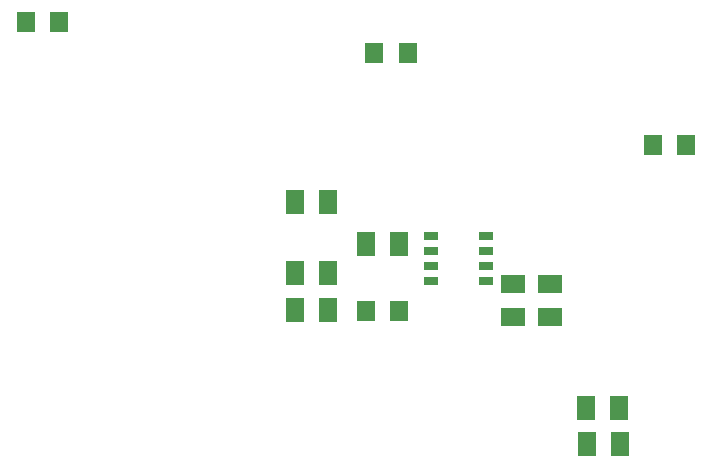
<source format=gbr>
G04 EAGLE Gerber RS-274X export*
G75*
%MOMM*%
%FSLAX34Y34*%
%LPD*%
%INSolderpaste Bottom*%
%IPPOS*%
%AMOC8*
5,1,8,0,0,1.08239X$1,22.5*%
G01*
%ADD10R,1.270000X0.635000*%
%ADD11R,1.600000X1.800000*%
%ADD12R,1.600000X2.000000*%
%ADD13R,2.000000X1.600000*%


D10*
X480000Y316600D03*
X480000Y303900D03*
X480000Y291200D03*
X480000Y278500D03*
X433800Y316600D03*
X433800Y303900D03*
X433800Y291200D03*
X433800Y278500D03*
D11*
X378700Y252500D03*
X406700Y252500D03*
X385600Y471100D03*
X413600Y471100D03*
X621000Y393700D03*
X649000Y393700D03*
X118900Y497900D03*
X90900Y497900D03*
D12*
X318500Y254000D03*
X346500Y254000D03*
X318500Y285400D03*
X346500Y285400D03*
X593200Y140200D03*
X565200Y140200D03*
X593000Y171000D03*
X565000Y171000D03*
D13*
X533800Y275900D03*
X533800Y247900D03*
X503100Y275900D03*
X503100Y247900D03*
D12*
X378700Y310000D03*
X406700Y310000D03*
X346500Y345000D03*
X318500Y345000D03*
M02*

</source>
